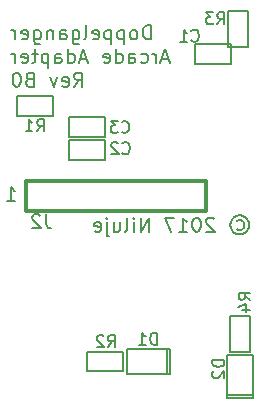
<source format=gbr>
G04 #@! TF.GenerationSoftware,KiCad,Pcbnew,no-vcs-found-835c19f~60~ubuntu16.04.1*
G04 #@! TF.CreationDate,2017-10-10T23:17:26+02:00*
G04 #@! TF.ProjectId,arcade_adapter,6172636164655F616461707465722E6B,rev?*
G04 #@! TF.SameCoordinates,Original*
G04 #@! TF.FileFunction,Legend,Bot*
G04 #@! TF.FilePolarity,Positive*
%FSLAX46Y46*%
G04 Gerber Fmt 4.6, Leading zero omitted, Abs format (unit mm)*
G04 Created by KiCad (PCBNEW no-vcs-found-835c19f~60~ubuntu16.04.1) date Tue Oct 10 23:17:26 2017*
%MOMM*%
%LPD*%
G01*
G04 APERTURE LIST*
%ADD10C,0.200000*%
%ADD11C,0.203200*%
%ADD12C,0.300000*%
%ADD13C,0.150000*%
G04 APERTURE END LIST*
D10*
X91437114Y-76184057D02*
X92122828Y-76184057D01*
X91779971Y-76184057D02*
X91779971Y-74984057D01*
X91894257Y-75155485D01*
X92008542Y-75269771D01*
X92122828Y-75326914D01*
X110880857Y-77835171D02*
X110995142Y-77778028D01*
X111223714Y-77778028D01*
X111338000Y-77835171D01*
X111452285Y-77949457D01*
X111509428Y-78063742D01*
X111509428Y-78292314D01*
X111452285Y-78406600D01*
X111338000Y-78520885D01*
X111223714Y-78578028D01*
X110995142Y-78578028D01*
X110880857Y-78520885D01*
X111109428Y-77378028D02*
X111395142Y-77435171D01*
X111680857Y-77606600D01*
X111852285Y-77892314D01*
X111909428Y-78178028D01*
X111852285Y-78463742D01*
X111680857Y-78749457D01*
X111395142Y-78920885D01*
X111109428Y-78978028D01*
X110823714Y-78920885D01*
X110538000Y-78749457D01*
X110366571Y-78463742D01*
X110309428Y-78178028D01*
X110366571Y-77892314D01*
X110538000Y-77606600D01*
X110823714Y-77435171D01*
X111109428Y-77378028D01*
X108938000Y-77663742D02*
X108880857Y-77606600D01*
X108766571Y-77549457D01*
X108480857Y-77549457D01*
X108366571Y-77606600D01*
X108309428Y-77663742D01*
X108252285Y-77778028D01*
X108252285Y-77892314D01*
X108309428Y-78063742D01*
X108995142Y-78749457D01*
X108252285Y-78749457D01*
X107509428Y-77549457D02*
X107395142Y-77549457D01*
X107280857Y-77606600D01*
X107223714Y-77663742D01*
X107166571Y-77778028D01*
X107109428Y-78006600D01*
X107109428Y-78292314D01*
X107166571Y-78520885D01*
X107223714Y-78635171D01*
X107280857Y-78692314D01*
X107395142Y-78749457D01*
X107509428Y-78749457D01*
X107623714Y-78692314D01*
X107680857Y-78635171D01*
X107738000Y-78520885D01*
X107795142Y-78292314D01*
X107795142Y-78006600D01*
X107738000Y-77778028D01*
X107680857Y-77663742D01*
X107623714Y-77606600D01*
X107509428Y-77549457D01*
X105966571Y-78749457D02*
X106652285Y-78749457D01*
X106309428Y-78749457D02*
X106309428Y-77549457D01*
X106423714Y-77720885D01*
X106538000Y-77835171D01*
X106652285Y-77892314D01*
X105566571Y-77549457D02*
X104766571Y-77549457D01*
X105280857Y-78749457D01*
X103395142Y-78749457D02*
X103395142Y-77549457D01*
X102709428Y-78749457D01*
X102709428Y-77549457D01*
X102138000Y-78749457D02*
X102138000Y-77949457D01*
X102138000Y-77549457D02*
X102195142Y-77606600D01*
X102138000Y-77663742D01*
X102080857Y-77606600D01*
X102138000Y-77549457D01*
X102138000Y-77663742D01*
X101395142Y-78749457D02*
X101509428Y-78692314D01*
X101566571Y-78578028D01*
X101566571Y-77549457D01*
X100423714Y-77949457D02*
X100423714Y-78749457D01*
X100938000Y-77949457D02*
X100938000Y-78578028D01*
X100880857Y-78692314D01*
X100766571Y-78749457D01*
X100595142Y-78749457D01*
X100480857Y-78692314D01*
X100423714Y-78635171D01*
X99852285Y-77949457D02*
X99852285Y-78978028D01*
X99909428Y-79092314D01*
X100023714Y-79149457D01*
X100080857Y-79149457D01*
X99852285Y-77549457D02*
X99909428Y-77606600D01*
X99852285Y-77663742D01*
X99795142Y-77606600D01*
X99852285Y-77549457D01*
X99852285Y-77663742D01*
X98823714Y-78692314D02*
X98938000Y-78749457D01*
X99166571Y-78749457D01*
X99280857Y-78692314D01*
X99338000Y-78578028D01*
X99338000Y-78120885D01*
X99280857Y-78006600D01*
X99166571Y-77949457D01*
X98938000Y-77949457D01*
X98823714Y-78006600D01*
X98766571Y-78120885D01*
X98766571Y-78235171D01*
X99338000Y-78349457D01*
X103589057Y-62474657D02*
X103589057Y-61274657D01*
X103303342Y-61274657D01*
X103131914Y-61331800D01*
X103017628Y-61446085D01*
X102960485Y-61560371D01*
X102903342Y-61788942D01*
X102903342Y-61960371D01*
X102960485Y-62188942D01*
X103017628Y-62303228D01*
X103131914Y-62417514D01*
X103303342Y-62474657D01*
X103589057Y-62474657D01*
X102217628Y-62474657D02*
X102331914Y-62417514D01*
X102389057Y-62360371D01*
X102446200Y-62246085D01*
X102446200Y-61903228D01*
X102389057Y-61788942D01*
X102331914Y-61731800D01*
X102217628Y-61674657D01*
X102046200Y-61674657D01*
X101931914Y-61731800D01*
X101874771Y-61788942D01*
X101817628Y-61903228D01*
X101817628Y-62246085D01*
X101874771Y-62360371D01*
X101931914Y-62417514D01*
X102046200Y-62474657D01*
X102217628Y-62474657D01*
X101303342Y-61674657D02*
X101303342Y-62874657D01*
X101303342Y-61731800D02*
X101189057Y-61674657D01*
X100960485Y-61674657D01*
X100846200Y-61731800D01*
X100789057Y-61788942D01*
X100731914Y-61903228D01*
X100731914Y-62246085D01*
X100789057Y-62360371D01*
X100846200Y-62417514D01*
X100960485Y-62474657D01*
X101189057Y-62474657D01*
X101303342Y-62417514D01*
X100217628Y-61674657D02*
X100217628Y-62874657D01*
X100217628Y-61731800D02*
X100103342Y-61674657D01*
X99874771Y-61674657D01*
X99760485Y-61731800D01*
X99703342Y-61788942D01*
X99646200Y-61903228D01*
X99646200Y-62246085D01*
X99703342Y-62360371D01*
X99760485Y-62417514D01*
X99874771Y-62474657D01*
X100103342Y-62474657D01*
X100217628Y-62417514D01*
X98674771Y-62417514D02*
X98789057Y-62474657D01*
X99017628Y-62474657D01*
X99131914Y-62417514D01*
X99189057Y-62303228D01*
X99189057Y-61846085D01*
X99131914Y-61731800D01*
X99017628Y-61674657D01*
X98789057Y-61674657D01*
X98674771Y-61731800D01*
X98617628Y-61846085D01*
X98617628Y-61960371D01*
X99189057Y-62074657D01*
X97931914Y-62474657D02*
X98046200Y-62417514D01*
X98103342Y-62303228D01*
X98103342Y-61274657D01*
X96960485Y-61674657D02*
X96960485Y-62646085D01*
X97017628Y-62760371D01*
X97074771Y-62817514D01*
X97189057Y-62874657D01*
X97360485Y-62874657D01*
X97474771Y-62817514D01*
X96960485Y-62417514D02*
X97074771Y-62474657D01*
X97303342Y-62474657D01*
X97417628Y-62417514D01*
X97474771Y-62360371D01*
X97531914Y-62246085D01*
X97531914Y-61903228D01*
X97474771Y-61788942D01*
X97417628Y-61731800D01*
X97303342Y-61674657D01*
X97074771Y-61674657D01*
X96960485Y-61731800D01*
X95874771Y-62474657D02*
X95874771Y-61846085D01*
X95931914Y-61731800D01*
X96046200Y-61674657D01*
X96274771Y-61674657D01*
X96389057Y-61731800D01*
X95874771Y-62417514D02*
X95989057Y-62474657D01*
X96274771Y-62474657D01*
X96389057Y-62417514D01*
X96446200Y-62303228D01*
X96446200Y-62188942D01*
X96389057Y-62074657D01*
X96274771Y-62017514D01*
X95989057Y-62017514D01*
X95874771Y-61960371D01*
X95303342Y-61674657D02*
X95303342Y-62474657D01*
X95303342Y-61788942D02*
X95246200Y-61731800D01*
X95131914Y-61674657D01*
X94960485Y-61674657D01*
X94846200Y-61731800D01*
X94789057Y-61846085D01*
X94789057Y-62474657D01*
X93703342Y-61674657D02*
X93703342Y-62646085D01*
X93760485Y-62760371D01*
X93817628Y-62817514D01*
X93931914Y-62874657D01*
X94103342Y-62874657D01*
X94217628Y-62817514D01*
X93703342Y-62417514D02*
X93817628Y-62474657D01*
X94046200Y-62474657D01*
X94160485Y-62417514D01*
X94217628Y-62360371D01*
X94274771Y-62246085D01*
X94274771Y-61903228D01*
X94217628Y-61788942D01*
X94160485Y-61731800D01*
X94046200Y-61674657D01*
X93817628Y-61674657D01*
X93703342Y-61731800D01*
X92674771Y-62417514D02*
X92789057Y-62474657D01*
X93017628Y-62474657D01*
X93131914Y-62417514D01*
X93189057Y-62303228D01*
X93189057Y-61846085D01*
X93131914Y-61731800D01*
X93017628Y-61674657D01*
X92789057Y-61674657D01*
X92674771Y-61731800D01*
X92617628Y-61846085D01*
X92617628Y-61960371D01*
X93189057Y-62074657D01*
X92103342Y-62474657D02*
X92103342Y-61674657D01*
X92103342Y-61903228D02*
X92046200Y-61788942D01*
X91989057Y-61731800D01*
X91874771Y-61674657D01*
X91760485Y-61674657D01*
X105074771Y-64131800D02*
X104503342Y-64131800D01*
X105189057Y-64474657D02*
X104789057Y-63274657D01*
X104389057Y-64474657D01*
X103989057Y-64474657D02*
X103989057Y-63674657D01*
X103989057Y-63903228D02*
X103931914Y-63788942D01*
X103874771Y-63731800D01*
X103760485Y-63674657D01*
X103646200Y-63674657D01*
X102731914Y-64417514D02*
X102846200Y-64474657D01*
X103074771Y-64474657D01*
X103189057Y-64417514D01*
X103246200Y-64360371D01*
X103303342Y-64246085D01*
X103303342Y-63903228D01*
X103246200Y-63788942D01*
X103189057Y-63731800D01*
X103074771Y-63674657D01*
X102846200Y-63674657D01*
X102731914Y-63731800D01*
X101703342Y-64474657D02*
X101703342Y-63846085D01*
X101760485Y-63731800D01*
X101874771Y-63674657D01*
X102103342Y-63674657D01*
X102217628Y-63731800D01*
X101703342Y-64417514D02*
X101817628Y-64474657D01*
X102103342Y-64474657D01*
X102217628Y-64417514D01*
X102274771Y-64303228D01*
X102274771Y-64188942D01*
X102217628Y-64074657D01*
X102103342Y-64017514D01*
X101817628Y-64017514D01*
X101703342Y-63960371D01*
X100617628Y-64474657D02*
X100617628Y-63274657D01*
X100617628Y-64417514D02*
X100731914Y-64474657D01*
X100960485Y-64474657D01*
X101074771Y-64417514D01*
X101131914Y-64360371D01*
X101189057Y-64246085D01*
X101189057Y-63903228D01*
X101131914Y-63788942D01*
X101074771Y-63731800D01*
X100960485Y-63674657D01*
X100731914Y-63674657D01*
X100617628Y-63731800D01*
X99589057Y-64417514D02*
X99703342Y-64474657D01*
X99931914Y-64474657D01*
X100046200Y-64417514D01*
X100103342Y-64303228D01*
X100103342Y-63846085D01*
X100046200Y-63731800D01*
X99931914Y-63674657D01*
X99703342Y-63674657D01*
X99589057Y-63731800D01*
X99531914Y-63846085D01*
X99531914Y-63960371D01*
X100103342Y-64074657D01*
X98160485Y-64131800D02*
X97589057Y-64131800D01*
X98274771Y-64474657D02*
X97874771Y-63274657D01*
X97474771Y-64474657D01*
X96560485Y-64474657D02*
X96560485Y-63274657D01*
X96560485Y-64417514D02*
X96674771Y-64474657D01*
X96903342Y-64474657D01*
X97017628Y-64417514D01*
X97074771Y-64360371D01*
X97131914Y-64246085D01*
X97131914Y-63903228D01*
X97074771Y-63788942D01*
X97017628Y-63731800D01*
X96903342Y-63674657D01*
X96674771Y-63674657D01*
X96560485Y-63731800D01*
X95474771Y-64474657D02*
X95474771Y-63846085D01*
X95531914Y-63731800D01*
X95646200Y-63674657D01*
X95874771Y-63674657D01*
X95989057Y-63731800D01*
X95474771Y-64417514D02*
X95589057Y-64474657D01*
X95874771Y-64474657D01*
X95989057Y-64417514D01*
X96046200Y-64303228D01*
X96046200Y-64188942D01*
X95989057Y-64074657D01*
X95874771Y-64017514D01*
X95589057Y-64017514D01*
X95474771Y-63960371D01*
X94903342Y-63674657D02*
X94903342Y-64874657D01*
X94903342Y-63731800D02*
X94789057Y-63674657D01*
X94560485Y-63674657D01*
X94446200Y-63731800D01*
X94389057Y-63788942D01*
X94331914Y-63903228D01*
X94331914Y-64246085D01*
X94389057Y-64360371D01*
X94446200Y-64417514D01*
X94560485Y-64474657D01*
X94789057Y-64474657D01*
X94903342Y-64417514D01*
X93989057Y-63674657D02*
X93531914Y-63674657D01*
X93817628Y-63274657D02*
X93817628Y-64303228D01*
X93760485Y-64417514D01*
X93646200Y-64474657D01*
X93531914Y-64474657D01*
X92674771Y-64417514D02*
X92789057Y-64474657D01*
X93017628Y-64474657D01*
X93131914Y-64417514D01*
X93189057Y-64303228D01*
X93189057Y-63846085D01*
X93131914Y-63731800D01*
X93017628Y-63674657D01*
X92789057Y-63674657D01*
X92674771Y-63731800D01*
X92617628Y-63846085D01*
X92617628Y-63960371D01*
X93189057Y-64074657D01*
X92103342Y-64474657D02*
X92103342Y-63674657D01*
X92103342Y-63903228D02*
X92046200Y-63788942D01*
X91989057Y-63731800D01*
X91874771Y-63674657D01*
X91760485Y-63674657D01*
X97074771Y-66474657D02*
X97474771Y-65903228D01*
X97760485Y-66474657D02*
X97760485Y-65274657D01*
X97303342Y-65274657D01*
X97189057Y-65331800D01*
X97131914Y-65388942D01*
X97074771Y-65503228D01*
X97074771Y-65674657D01*
X97131914Y-65788942D01*
X97189057Y-65846085D01*
X97303342Y-65903228D01*
X97760485Y-65903228D01*
X96103342Y-66417514D02*
X96217628Y-66474657D01*
X96446200Y-66474657D01*
X96560485Y-66417514D01*
X96617628Y-66303228D01*
X96617628Y-65846085D01*
X96560485Y-65731800D01*
X96446200Y-65674657D01*
X96217628Y-65674657D01*
X96103342Y-65731800D01*
X96046200Y-65846085D01*
X96046200Y-65960371D01*
X96617628Y-66074657D01*
X95646200Y-65674657D02*
X95360485Y-66474657D01*
X95074771Y-65674657D01*
X93303342Y-65846085D02*
X93131914Y-65903228D01*
X93074771Y-65960371D01*
X93017628Y-66074657D01*
X93017628Y-66246085D01*
X93074771Y-66360371D01*
X93131914Y-66417514D01*
X93246200Y-66474657D01*
X93703342Y-66474657D01*
X93703342Y-65274657D01*
X93303342Y-65274657D01*
X93189057Y-65331800D01*
X93131914Y-65388942D01*
X93074771Y-65503228D01*
X93074771Y-65617514D01*
X93131914Y-65731800D01*
X93189057Y-65788942D01*
X93303342Y-65846085D01*
X93703342Y-65846085D01*
X92274771Y-65274657D02*
X92160485Y-65274657D01*
X92046200Y-65331800D01*
X91989057Y-65388942D01*
X91931914Y-65503228D01*
X91874771Y-65731800D01*
X91874771Y-66017514D01*
X91931914Y-66246085D01*
X91989057Y-66360371D01*
X92046200Y-66417514D01*
X92160485Y-66474657D01*
X92274771Y-66474657D01*
X92389057Y-66417514D01*
X92446200Y-66360371D01*
X92503342Y-66246085D01*
X92560485Y-66017514D01*
X92560485Y-65731800D01*
X92503342Y-65503228D01*
X92446200Y-65388942D01*
X92389057Y-65331800D01*
X92274771Y-65274657D01*
D11*
X99669600Y-70695820D02*
X96621600Y-70695820D01*
X99669600Y-69019420D02*
X96621600Y-69019420D01*
X99669600Y-69019420D02*
X99669600Y-70695820D01*
X96621600Y-69019420D02*
X96621600Y-70695820D01*
X96621600Y-70967600D02*
X96621600Y-72644000D01*
X99669600Y-70967600D02*
X99669600Y-72644000D01*
X99669600Y-70967600D02*
X96621600Y-70967600D01*
X99669600Y-72644000D02*
X96621600Y-72644000D01*
X107289600Y-62890400D02*
X110337600Y-62890400D01*
X107289600Y-64566800D02*
X110337600Y-64566800D01*
X107289600Y-64566800D02*
X107289600Y-62890400D01*
X110337600Y-64566800D02*
X110337600Y-62890400D01*
X111937800Y-85877400D02*
X110261400Y-85877400D01*
X111937800Y-88925400D02*
X110261400Y-88925400D01*
X111937800Y-88925400D02*
X111937800Y-85877400D01*
X110261400Y-88925400D02*
X110261400Y-85877400D01*
X111828580Y-60060840D02*
X111828580Y-63108840D01*
X110152180Y-60060840D02*
X110152180Y-63108840D01*
X110152180Y-60060840D02*
X111828580Y-60060840D01*
X110152180Y-63108840D02*
X111828580Y-63108840D01*
X98171000Y-88900000D02*
X98171000Y-90576400D01*
X101219000Y-88900000D02*
X101219000Y-90576400D01*
X101219000Y-88900000D02*
X98171000Y-88900000D01*
X101219000Y-90576400D02*
X98171000Y-90576400D01*
X95331280Y-68961000D02*
X92283280Y-68961000D01*
X95331280Y-67284600D02*
X92283280Y-67284600D01*
X95331280Y-67284600D02*
X95331280Y-68961000D01*
X92283280Y-67284600D02*
X92283280Y-68961000D01*
X110007400Y-92836200D02*
X112191800Y-92836200D01*
X112191800Y-89179400D02*
X112191800Y-92836200D01*
X110007400Y-92583000D02*
X112191800Y-92583000D01*
X110007400Y-89179400D02*
X110007400Y-92836200D01*
X110007400Y-89179400D02*
X112191800Y-89179400D01*
X101574600Y-90830400D02*
X101574600Y-88646000D01*
X101574600Y-90830400D02*
X105231400Y-90830400D01*
X104978200Y-90830400D02*
X104978200Y-88646000D01*
X101574600Y-88646000D02*
X105231400Y-88646000D01*
X105231400Y-90830400D02*
X105231400Y-88646000D01*
D12*
X92989400Y-74422000D02*
X92989400Y-76962000D01*
X108229400Y-74422000D02*
X92989400Y-74422000D01*
X108229400Y-76962000D02*
X108229400Y-74422000D01*
X92989400Y-76962000D02*
X108229400Y-76962000D01*
D13*
X101131666Y-70283342D02*
X101179285Y-70330961D01*
X101322142Y-70378580D01*
X101417380Y-70378580D01*
X101560238Y-70330961D01*
X101655476Y-70235723D01*
X101703095Y-70140485D01*
X101750714Y-69950009D01*
X101750714Y-69807152D01*
X101703095Y-69616676D01*
X101655476Y-69521438D01*
X101560238Y-69426200D01*
X101417380Y-69378580D01*
X101322142Y-69378580D01*
X101179285Y-69426200D01*
X101131666Y-69473819D01*
X100798333Y-69378580D02*
X100179285Y-69378580D01*
X100512619Y-69759533D01*
X100369761Y-69759533D01*
X100274523Y-69807152D01*
X100226904Y-69854771D01*
X100179285Y-69950009D01*
X100179285Y-70188104D01*
X100226904Y-70283342D01*
X100274523Y-70330961D01*
X100369761Y-70378580D01*
X100655476Y-70378580D01*
X100750714Y-70330961D01*
X100798333Y-70283342D01*
X101182466Y-72086742D02*
X101230085Y-72134361D01*
X101372942Y-72181980D01*
X101468180Y-72181980D01*
X101611038Y-72134361D01*
X101706276Y-72039123D01*
X101753895Y-71943885D01*
X101801514Y-71753409D01*
X101801514Y-71610552D01*
X101753895Y-71420076D01*
X101706276Y-71324838D01*
X101611038Y-71229600D01*
X101468180Y-71181980D01*
X101372942Y-71181980D01*
X101230085Y-71229600D01*
X101182466Y-71277219D01*
X100801514Y-71277219D02*
X100753895Y-71229600D01*
X100658657Y-71181980D01*
X100420561Y-71181980D01*
X100325323Y-71229600D01*
X100277704Y-71277219D01*
X100230085Y-71372457D01*
X100230085Y-71467695D01*
X100277704Y-71610552D01*
X100849133Y-72181980D01*
X100230085Y-72181980D01*
X107024466Y-62561742D02*
X107072085Y-62609361D01*
X107214942Y-62656980D01*
X107310180Y-62656980D01*
X107453038Y-62609361D01*
X107548276Y-62514123D01*
X107595895Y-62418885D01*
X107643514Y-62228409D01*
X107643514Y-62085552D01*
X107595895Y-61895076D01*
X107548276Y-61799838D01*
X107453038Y-61704600D01*
X107310180Y-61656980D01*
X107214942Y-61656980D01*
X107072085Y-61704600D01*
X107024466Y-61752219D01*
X106072085Y-62656980D02*
X106643514Y-62656980D01*
X106357800Y-62656980D02*
X106357800Y-61656980D01*
X106453038Y-61799838D01*
X106548276Y-61895076D01*
X106643514Y-61942695D01*
X112009180Y-84516933D02*
X111532990Y-84183600D01*
X112009180Y-83945504D02*
X111009180Y-83945504D01*
X111009180Y-84326457D01*
X111056800Y-84421695D01*
X111104419Y-84469314D01*
X111199657Y-84516933D01*
X111342514Y-84516933D01*
X111437752Y-84469314D01*
X111485371Y-84421695D01*
X111532990Y-84326457D01*
X111532990Y-83945504D01*
X111342514Y-85374076D02*
X112009180Y-85374076D01*
X110961561Y-85135980D02*
X111675847Y-84897885D01*
X111675847Y-85516933D01*
X109208866Y-61183780D02*
X109542200Y-60707590D01*
X109780295Y-61183780D02*
X109780295Y-60183780D01*
X109399342Y-60183780D01*
X109304104Y-60231400D01*
X109256485Y-60279019D01*
X109208866Y-60374257D01*
X109208866Y-60517114D01*
X109256485Y-60612352D01*
X109304104Y-60659971D01*
X109399342Y-60707590D01*
X109780295Y-60707590D01*
X108875533Y-60183780D02*
X108256485Y-60183780D01*
X108589819Y-60564733D01*
X108446961Y-60564733D01*
X108351723Y-60612352D01*
X108304104Y-60659971D01*
X108256485Y-60755209D01*
X108256485Y-60993304D01*
X108304104Y-61088542D01*
X108351723Y-61136161D01*
X108446961Y-61183780D01*
X108732676Y-61183780D01*
X108827914Y-61136161D01*
X108875533Y-61088542D01*
X99937866Y-88514180D02*
X100271200Y-88037990D01*
X100509295Y-88514180D02*
X100509295Y-87514180D01*
X100128342Y-87514180D01*
X100033104Y-87561800D01*
X99985485Y-87609419D01*
X99937866Y-87704657D01*
X99937866Y-87847514D01*
X99985485Y-87942752D01*
X100033104Y-87990371D01*
X100128342Y-88037990D01*
X100509295Y-88037990D01*
X99556914Y-87609419D02*
X99509295Y-87561800D01*
X99414057Y-87514180D01*
X99175961Y-87514180D01*
X99080723Y-87561800D01*
X99033104Y-87609419D01*
X98985485Y-87704657D01*
X98985485Y-87799895D01*
X99033104Y-87942752D01*
X99604533Y-88514180D01*
X98985485Y-88514180D01*
X93943466Y-70251580D02*
X94276800Y-69775390D01*
X94514895Y-70251580D02*
X94514895Y-69251580D01*
X94133942Y-69251580D01*
X94038704Y-69299200D01*
X93991085Y-69346819D01*
X93943466Y-69442057D01*
X93943466Y-69584914D01*
X93991085Y-69680152D01*
X94038704Y-69727771D01*
X94133942Y-69775390D01*
X94514895Y-69775390D01*
X92991085Y-70251580D02*
X93562514Y-70251580D01*
X93276800Y-70251580D02*
X93276800Y-69251580D01*
X93372038Y-69394438D01*
X93467276Y-69489676D01*
X93562514Y-69537295D01*
X109799380Y-89635104D02*
X108799380Y-89635104D01*
X108799380Y-89873200D01*
X108847000Y-90016057D01*
X108942238Y-90111295D01*
X109037476Y-90158914D01*
X109227952Y-90206533D01*
X109370809Y-90206533D01*
X109561285Y-90158914D01*
X109656523Y-90111295D01*
X109751761Y-90016057D01*
X109799380Y-89873200D01*
X109799380Y-89635104D01*
X108894619Y-90587485D02*
X108847000Y-90635104D01*
X108799380Y-90730342D01*
X108799380Y-90968438D01*
X108847000Y-91063676D01*
X108894619Y-91111295D01*
X108989857Y-91158914D01*
X109085095Y-91158914D01*
X109227952Y-91111295D01*
X109799380Y-90539866D01*
X109799380Y-91158914D01*
X104090695Y-88310980D02*
X104090695Y-87310980D01*
X103852600Y-87310980D01*
X103709742Y-87358600D01*
X103614504Y-87453838D01*
X103566885Y-87549076D01*
X103519266Y-87739552D01*
X103519266Y-87882409D01*
X103566885Y-88072885D01*
X103614504Y-88168123D01*
X103709742Y-88263361D01*
X103852600Y-88310980D01*
X104090695Y-88310980D01*
X102566885Y-88310980D02*
X103138314Y-88310980D01*
X102852600Y-88310980D02*
X102852600Y-87310980D01*
X102947838Y-87453838D01*
X103043076Y-87549076D01*
X103138314Y-87596695D01*
X94710200Y-77270057D02*
X94710200Y-78127200D01*
X94767342Y-78298628D01*
X94881628Y-78412914D01*
X95053057Y-78470057D01*
X95167342Y-78470057D01*
X94195914Y-77384342D02*
X94138771Y-77327200D01*
X94024485Y-77270057D01*
X93738771Y-77270057D01*
X93624485Y-77327200D01*
X93567342Y-77384342D01*
X93510200Y-77498628D01*
X93510200Y-77612914D01*
X93567342Y-77784342D01*
X94253057Y-78470057D01*
X93510200Y-78470057D01*
M02*

</source>
